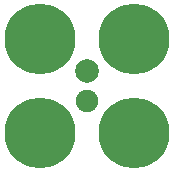
<source format=gtl>
G04 #@! TF.FileFunction,Copper,L1,Top,Signal*
%FSLAX46Y46*%
G04 Gerber Fmt 4.6, Leading zero omitted, Abs format (unit mm)*
G04 Created by KiCad (PCBNEW 4.0.1-3.201512221402+6198~38~ubuntu14.04.1-stable) date Tue 01 Mar 2016 01:24:43 PM PST*
%MOMM*%
G01*
G04 APERTURE LIST*
%ADD10C,0.100000*%
%ADD11C,2.000000*%
%ADD12C,1.900000*%
%ADD13C,6.000000*%
G04 APERTURE END LIST*
D10*
D11*
X131500000Y-88230000D03*
D12*
X131500000Y-90770000D03*
D13*
X127500000Y-93500000D03*
X127500000Y-85500000D03*
X135500000Y-85500000D03*
X135500000Y-93500000D03*
M02*

</source>
